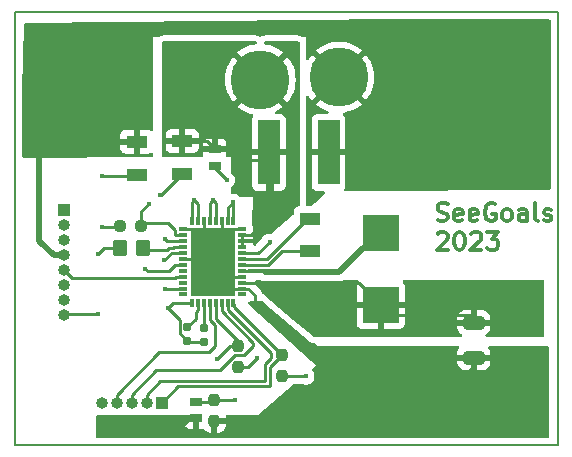
<source format=gbr>
%TF.GenerationSoftware,KiCad,Pcbnew,7.0.9-7.0.9~ubuntu22.04.1*%
%TF.CreationDate,2024-01-17T18:17:55+01:00*%
%TF.ProjectId,driver_seperate,64726976-6572-45f7-9365-706572617465,rev?*%
%TF.SameCoordinates,Original*%
%TF.FileFunction,Copper,L1,Top*%
%TF.FilePolarity,Positive*%
%FSLAX46Y46*%
G04 Gerber Fmt 4.6, Leading zero omitted, Abs format (unit mm)*
G04 Created by KiCad (PCBNEW 7.0.9-7.0.9~ubuntu22.04.1) date 2024-01-17 18:17:55*
%MOMM*%
%LPD*%
G01*
G04 APERTURE LIST*
G04 Aperture macros list*
%AMRoundRect*
0 Rectangle with rounded corners*
0 $1 Rounding radius*
0 $2 $3 $4 $5 $6 $7 $8 $9 X,Y pos of 4 corners*
0 Add a 4 corners polygon primitive as box body*
4,1,4,$2,$3,$4,$5,$6,$7,$8,$9,$2,$3,0*
0 Add four circle primitives for the rounded corners*
1,1,$1+$1,$2,$3*
1,1,$1+$1,$4,$5*
1,1,$1+$1,$6,$7*
1,1,$1+$1,$8,$9*
0 Add four rect primitives between the rounded corners*
20,1,$1+$1,$2,$3,$4,$5,0*
20,1,$1+$1,$4,$5,$6,$7,0*
20,1,$1+$1,$6,$7,$8,$9,0*
20,1,$1+$1,$8,$9,$2,$3,0*%
G04 Aperture macros list end*
%TA.AperFunction,NonConductor*%
%ADD10C,0.200000*%
%TD*%
%ADD11C,0.300000*%
%TA.AperFunction,NonConductor*%
%ADD12C,0.300000*%
%TD*%
%TA.AperFunction,SMDPad,CuDef*%
%ADD13RoundRect,0.250000X-0.650000X0.325000X-0.650000X-0.325000X0.650000X-0.325000X0.650000X0.325000X0*%
%TD*%
%TA.AperFunction,SMDPad,CuDef*%
%ADD14R,1.860000X5.520000*%
%TD*%
%TA.AperFunction,SMDPad,CuDef*%
%ADD15R,1.820000X1.020000*%
%TD*%
%TA.AperFunction,SMDPad,CuDef*%
%ADD16RoundRect,0.237500X-0.237500X0.250000X-0.237500X-0.250000X0.237500X-0.250000X0.237500X0.250000X0*%
%TD*%
%TA.AperFunction,SMDPad,CuDef*%
%ADD17RoundRect,0.237500X-0.250000X-0.237500X0.250000X-0.237500X0.250000X0.237500X-0.250000X0.237500X0*%
%TD*%
%TA.AperFunction,SMDPad,CuDef*%
%ADD18R,3.100000X3.050000*%
%TD*%
%TA.AperFunction,ComponentPad*%
%ADD19C,5.000000*%
%TD*%
%TA.AperFunction,SMDPad,CuDef*%
%ADD20R,0.980000X0.780000*%
%TD*%
%TA.AperFunction,SMDPad,CuDef*%
%ADD21RoundRect,0.250000X0.350000X0.450000X-0.350000X0.450000X-0.350000X-0.450000X0.350000X-0.450000X0*%
%TD*%
%TA.AperFunction,ComponentPad*%
%ADD22R,1.000000X1.000000*%
%TD*%
%TA.AperFunction,ComponentPad*%
%ADD23O,1.000000X1.000000*%
%TD*%
%TA.AperFunction,SMDPad,CuDef*%
%ADD24RoundRect,0.160000X-0.160000X0.197500X-0.160000X-0.197500X0.160000X-0.197500X0.160000X0.197500X0*%
%TD*%
%TA.AperFunction,SMDPad,CuDef*%
%ADD25R,1.820000X1.070000*%
%TD*%
%TA.AperFunction,SMDPad,CuDef*%
%ADD26RoundRect,0.237500X0.237500X-0.250000X0.237500X0.250000X-0.237500X0.250000X-0.237500X-0.250000X0*%
%TD*%
%TA.AperFunction,SMDPad,CuDef*%
%ADD27R,0.800000X0.300000*%
%TD*%
%TA.AperFunction,SMDPad,CuDef*%
%ADD28R,0.300000X0.800000*%
%TD*%
%TA.AperFunction,SMDPad,CuDef*%
%ADD29R,3.800000X5.800000*%
%TD*%
%TA.AperFunction,ViaPad*%
%ADD30C,0.400000*%
%TD*%
%TA.AperFunction,ViaPad*%
%ADD31C,0.600000*%
%TD*%
%TA.AperFunction,Conductor*%
%ADD32C,0.250000*%
%TD*%
%TA.AperFunction,Conductor*%
%ADD33C,0.500000*%
%TD*%
%TA.AperFunction,Conductor*%
%ADD34C,0.350000*%
%TD*%
G04 APERTURE END LIST*
D10*
X134620000Y-78562200D02*
X180594000Y-78562200D01*
X180594000Y-115189000D01*
X134620000Y-115189000D01*
X134620000Y-78562200D01*
D11*
D12*
X170409082Y-96171200D02*
X170623368Y-96242628D01*
X170623368Y-96242628D02*
X170980510Y-96242628D01*
X170980510Y-96242628D02*
X171123368Y-96171200D01*
X171123368Y-96171200D02*
X171194796Y-96099771D01*
X171194796Y-96099771D02*
X171266225Y-95956914D01*
X171266225Y-95956914D02*
X171266225Y-95814057D01*
X171266225Y-95814057D02*
X171194796Y-95671200D01*
X171194796Y-95671200D02*
X171123368Y-95599771D01*
X171123368Y-95599771D02*
X170980510Y-95528342D01*
X170980510Y-95528342D02*
X170694796Y-95456914D01*
X170694796Y-95456914D02*
X170551939Y-95385485D01*
X170551939Y-95385485D02*
X170480510Y-95314057D01*
X170480510Y-95314057D02*
X170409082Y-95171200D01*
X170409082Y-95171200D02*
X170409082Y-95028342D01*
X170409082Y-95028342D02*
X170480510Y-94885485D01*
X170480510Y-94885485D02*
X170551939Y-94814057D01*
X170551939Y-94814057D02*
X170694796Y-94742628D01*
X170694796Y-94742628D02*
X171051939Y-94742628D01*
X171051939Y-94742628D02*
X171266225Y-94814057D01*
X172480510Y-96171200D02*
X172337653Y-96242628D01*
X172337653Y-96242628D02*
X172051939Y-96242628D01*
X172051939Y-96242628D02*
X171909081Y-96171200D01*
X171909081Y-96171200D02*
X171837653Y-96028342D01*
X171837653Y-96028342D02*
X171837653Y-95456914D01*
X171837653Y-95456914D02*
X171909081Y-95314057D01*
X171909081Y-95314057D02*
X172051939Y-95242628D01*
X172051939Y-95242628D02*
X172337653Y-95242628D01*
X172337653Y-95242628D02*
X172480510Y-95314057D01*
X172480510Y-95314057D02*
X172551939Y-95456914D01*
X172551939Y-95456914D02*
X172551939Y-95599771D01*
X172551939Y-95599771D02*
X171837653Y-95742628D01*
X173766224Y-96171200D02*
X173623367Y-96242628D01*
X173623367Y-96242628D02*
X173337653Y-96242628D01*
X173337653Y-96242628D02*
X173194795Y-96171200D01*
X173194795Y-96171200D02*
X173123367Y-96028342D01*
X173123367Y-96028342D02*
X173123367Y-95456914D01*
X173123367Y-95456914D02*
X173194795Y-95314057D01*
X173194795Y-95314057D02*
X173337653Y-95242628D01*
X173337653Y-95242628D02*
X173623367Y-95242628D01*
X173623367Y-95242628D02*
X173766224Y-95314057D01*
X173766224Y-95314057D02*
X173837653Y-95456914D01*
X173837653Y-95456914D02*
X173837653Y-95599771D01*
X173837653Y-95599771D02*
X173123367Y-95742628D01*
X175266224Y-94814057D02*
X175123367Y-94742628D01*
X175123367Y-94742628D02*
X174909081Y-94742628D01*
X174909081Y-94742628D02*
X174694795Y-94814057D01*
X174694795Y-94814057D02*
X174551938Y-94956914D01*
X174551938Y-94956914D02*
X174480509Y-95099771D01*
X174480509Y-95099771D02*
X174409081Y-95385485D01*
X174409081Y-95385485D02*
X174409081Y-95599771D01*
X174409081Y-95599771D02*
X174480509Y-95885485D01*
X174480509Y-95885485D02*
X174551938Y-96028342D01*
X174551938Y-96028342D02*
X174694795Y-96171200D01*
X174694795Y-96171200D02*
X174909081Y-96242628D01*
X174909081Y-96242628D02*
X175051938Y-96242628D01*
X175051938Y-96242628D02*
X175266224Y-96171200D01*
X175266224Y-96171200D02*
X175337652Y-96099771D01*
X175337652Y-96099771D02*
X175337652Y-95599771D01*
X175337652Y-95599771D02*
X175051938Y-95599771D01*
X176194795Y-96242628D02*
X176051938Y-96171200D01*
X176051938Y-96171200D02*
X175980509Y-96099771D01*
X175980509Y-96099771D02*
X175909081Y-95956914D01*
X175909081Y-95956914D02*
X175909081Y-95528342D01*
X175909081Y-95528342D02*
X175980509Y-95385485D01*
X175980509Y-95385485D02*
X176051938Y-95314057D01*
X176051938Y-95314057D02*
X176194795Y-95242628D01*
X176194795Y-95242628D02*
X176409081Y-95242628D01*
X176409081Y-95242628D02*
X176551938Y-95314057D01*
X176551938Y-95314057D02*
X176623367Y-95385485D01*
X176623367Y-95385485D02*
X176694795Y-95528342D01*
X176694795Y-95528342D02*
X176694795Y-95956914D01*
X176694795Y-95956914D02*
X176623367Y-96099771D01*
X176623367Y-96099771D02*
X176551938Y-96171200D01*
X176551938Y-96171200D02*
X176409081Y-96242628D01*
X176409081Y-96242628D02*
X176194795Y-96242628D01*
X177980510Y-96242628D02*
X177980510Y-95456914D01*
X177980510Y-95456914D02*
X177909081Y-95314057D01*
X177909081Y-95314057D02*
X177766224Y-95242628D01*
X177766224Y-95242628D02*
X177480510Y-95242628D01*
X177480510Y-95242628D02*
X177337652Y-95314057D01*
X177980510Y-96171200D02*
X177837652Y-96242628D01*
X177837652Y-96242628D02*
X177480510Y-96242628D01*
X177480510Y-96242628D02*
X177337652Y-96171200D01*
X177337652Y-96171200D02*
X177266224Y-96028342D01*
X177266224Y-96028342D02*
X177266224Y-95885485D01*
X177266224Y-95885485D02*
X177337652Y-95742628D01*
X177337652Y-95742628D02*
X177480510Y-95671200D01*
X177480510Y-95671200D02*
X177837652Y-95671200D01*
X177837652Y-95671200D02*
X177980510Y-95599771D01*
X178909081Y-96242628D02*
X178766224Y-96171200D01*
X178766224Y-96171200D02*
X178694795Y-96028342D01*
X178694795Y-96028342D02*
X178694795Y-94742628D01*
X179409081Y-96171200D02*
X179551938Y-96242628D01*
X179551938Y-96242628D02*
X179837652Y-96242628D01*
X179837652Y-96242628D02*
X179980509Y-96171200D01*
X179980509Y-96171200D02*
X180051938Y-96028342D01*
X180051938Y-96028342D02*
X180051938Y-95956914D01*
X180051938Y-95956914D02*
X179980509Y-95814057D01*
X179980509Y-95814057D02*
X179837652Y-95742628D01*
X179837652Y-95742628D02*
X179623367Y-95742628D01*
X179623367Y-95742628D02*
X179480509Y-95671200D01*
X179480509Y-95671200D02*
X179409081Y-95528342D01*
X179409081Y-95528342D02*
X179409081Y-95456914D01*
X179409081Y-95456914D02*
X179480509Y-95314057D01*
X179480509Y-95314057D02*
X179623367Y-95242628D01*
X179623367Y-95242628D02*
X179837652Y-95242628D01*
X179837652Y-95242628D02*
X179980509Y-95314057D01*
X170409082Y-97300485D02*
X170480510Y-97229057D01*
X170480510Y-97229057D02*
X170623368Y-97157628D01*
X170623368Y-97157628D02*
X170980510Y-97157628D01*
X170980510Y-97157628D02*
X171123368Y-97229057D01*
X171123368Y-97229057D02*
X171194796Y-97300485D01*
X171194796Y-97300485D02*
X171266225Y-97443342D01*
X171266225Y-97443342D02*
X171266225Y-97586200D01*
X171266225Y-97586200D02*
X171194796Y-97800485D01*
X171194796Y-97800485D02*
X170337653Y-98657628D01*
X170337653Y-98657628D02*
X171266225Y-98657628D01*
X172194796Y-97157628D02*
X172337653Y-97157628D01*
X172337653Y-97157628D02*
X172480510Y-97229057D01*
X172480510Y-97229057D02*
X172551939Y-97300485D01*
X172551939Y-97300485D02*
X172623367Y-97443342D01*
X172623367Y-97443342D02*
X172694796Y-97729057D01*
X172694796Y-97729057D02*
X172694796Y-98086200D01*
X172694796Y-98086200D02*
X172623367Y-98371914D01*
X172623367Y-98371914D02*
X172551939Y-98514771D01*
X172551939Y-98514771D02*
X172480510Y-98586200D01*
X172480510Y-98586200D02*
X172337653Y-98657628D01*
X172337653Y-98657628D02*
X172194796Y-98657628D01*
X172194796Y-98657628D02*
X172051939Y-98586200D01*
X172051939Y-98586200D02*
X171980510Y-98514771D01*
X171980510Y-98514771D02*
X171909081Y-98371914D01*
X171909081Y-98371914D02*
X171837653Y-98086200D01*
X171837653Y-98086200D02*
X171837653Y-97729057D01*
X171837653Y-97729057D02*
X171909081Y-97443342D01*
X171909081Y-97443342D02*
X171980510Y-97300485D01*
X171980510Y-97300485D02*
X172051939Y-97229057D01*
X172051939Y-97229057D02*
X172194796Y-97157628D01*
X173266224Y-97300485D02*
X173337652Y-97229057D01*
X173337652Y-97229057D02*
X173480510Y-97157628D01*
X173480510Y-97157628D02*
X173837652Y-97157628D01*
X173837652Y-97157628D02*
X173980510Y-97229057D01*
X173980510Y-97229057D02*
X174051938Y-97300485D01*
X174051938Y-97300485D02*
X174123367Y-97443342D01*
X174123367Y-97443342D02*
X174123367Y-97586200D01*
X174123367Y-97586200D02*
X174051938Y-97800485D01*
X174051938Y-97800485D02*
X173194795Y-98657628D01*
X173194795Y-98657628D02*
X174123367Y-98657628D01*
X174623366Y-97157628D02*
X175551938Y-97157628D01*
X175551938Y-97157628D02*
X175051938Y-97729057D01*
X175051938Y-97729057D02*
X175266223Y-97729057D01*
X175266223Y-97729057D02*
X175409081Y-97800485D01*
X175409081Y-97800485D02*
X175480509Y-97871914D01*
X175480509Y-97871914D02*
X175551938Y-98014771D01*
X175551938Y-98014771D02*
X175551938Y-98371914D01*
X175551938Y-98371914D02*
X175480509Y-98514771D01*
X175480509Y-98514771D02*
X175409081Y-98586200D01*
X175409081Y-98586200D02*
X175266223Y-98657628D01*
X175266223Y-98657628D02*
X174837652Y-98657628D01*
X174837652Y-98657628D02*
X174694795Y-98586200D01*
X174694795Y-98586200D02*
X174623366Y-98514771D01*
D13*
%TO.P,C6,1*%
%TO.N,/SW_BK*%
X173482000Y-104849400D03*
%TO.P,C6,2*%
%TO.N,GND*%
X173482000Y-107799400D03*
%TD*%
D14*
%TO.P,C4,1*%
%TO.N,/VM*%
X156119000Y-90424000D03*
%TO.P,C4,2*%
%TO.N,GND*%
X161179000Y-90424000D03*
%TD*%
D15*
%TO.P,C2,1*%
%TO.N,Net-(IC1-CP)*%
X148794400Y-92261800D03*
%TO.P,C2,2*%
%TO.N,/VM*%
X148794400Y-89461800D03*
%TD*%
D16*
%TO.P,R2,1*%
%TO.N,Net-(IC1-ILIM)*%
X151511000Y-111355500D03*
%TO.P,R2,2*%
%TO.N,GND*%
X151511000Y-113180500D03*
%TD*%
D17*
%TO.P,R4,1*%
%TO.N,/AVDD*%
X143510000Y-96647000D03*
%TO.P,R4,2*%
%TO.N,/nFAULT*%
X145335000Y-96647000D03*
%TD*%
D18*
%TO.P,L1,1*%
%TO.N,Net-(IC1-SW_BK)*%
X165608000Y-97229200D03*
%TO.P,L1,2*%
%TO.N,/SW_BK*%
X165608000Y-103329200D03*
%TD*%
D19*
%TO.P,IN-1,1,1*%
%TO.N,GND*%
X162052000Y-84074000D03*
%TD*%
D20*
%TO.P,C7,1*%
%TO.N,Net-(IC1-ILIM)*%
X149987000Y-111526500D03*
%TO.P,C7,2*%
%TO.N,GND*%
X149987000Y-112926500D03*
%TD*%
D21*
%TO.P,R5,1*%
%TO.N,Net-(IC1-VSEL_BK)*%
X145510000Y-98552000D03*
%TO.P,R5,2*%
%TO.N,/AVDD*%
X143510000Y-98552000D03*
%TD*%
D15*
%TO.P,C5,1*%
%TO.N,/AVDD*%
X144933600Y-92306600D03*
%TO.P,C5,2*%
%TO.N,GND*%
X144933600Y-89506600D03*
%TD*%
D22*
%TO.P,J1,1,Pin_1*%
%TO.N,/U*%
X138785600Y-95300800D03*
D23*
%TO.P,J1,2,Pin_2*%
%TO.N,/V*%
X138785600Y-96570800D03*
%TO.P,J1,3,Pin_3*%
%TO.N,/W*%
X138785600Y-97840800D03*
%TO.P,J1,4,Pin_4*%
%TO.N,GND*%
X138785600Y-99110800D03*
%TO.P,J1,5,Pin_5*%
%TO.N,/H2*%
X138785600Y-100380800D03*
%TO.P,J1,6,Pin_6*%
%TO.N,/H1*%
X138785600Y-101650800D03*
%TO.P,J1,7,Pin_7*%
%TO.N,/H3*%
X138785600Y-102920800D03*
%TO.P,J1,8,Pin_8*%
%TO.N,/SW_BK*%
X138785600Y-104190800D03*
%TD*%
D24*
%TO.P,R6,1*%
%TO.N,Net-(IC1-SLEW)*%
X149225000Y-105193500D03*
%TO.P,R6,2*%
%TO.N,/AVDD*%
X149225000Y-106388500D03*
%TD*%
D25*
%TO.P,C1,1*%
%TO.N,Net-(IC1-CPH)*%
X159639000Y-96029000D03*
%TO.P,C1,2*%
%TO.N,Net-(IC1-CPL)*%
X159639000Y-98789000D03*
%TD*%
D26*
%TO.P,R3,1*%
%TO.N,/AVDD*%
X157226000Y-109370500D03*
%TO.P,R3,2*%
%TO.N,/FGOUT*%
X157226000Y-107545500D03*
%TD*%
%TO.P,R1,1*%
%TO.N,/AVDD*%
X153543000Y-108608500D03*
%TO.P,R1,2*%
%TO.N,Net-(IC1-ILIM)*%
X153543000Y-106783500D03*
%TD*%
D19*
%TO.P,IN+1,1,1*%
%TO.N,/VM*%
X155397200Y-84248800D03*
%TD*%
D24*
%TO.P,R7,1*%
%TO.N,Net-(IC1-ADVANCE)*%
X150622000Y-105320500D03*
%TO.P,R7,2*%
%TO.N,/AVDD*%
X150622000Y-106515500D03*
%TD*%
D22*
%TO.P,J2,1,Pin_1*%
%TO.N,/FGOUT*%
X147066000Y-111633000D03*
D23*
%TO.P,J2,2,Pin_2*%
%TO.N,/PWM*%
X145796000Y-111633000D03*
%TO.P,J2,3,Pin_3*%
%TO.N,/BRAKE*%
X144526000Y-111633000D03*
%TO.P,J2,4,Pin_4*%
%TO.N,/DIR*%
X143256000Y-111633000D03*
%TO.P,J2,5,Pin_5*%
%TO.N,/nFAULT*%
X141986000Y-111633000D03*
%TD*%
D20*
%TO.P,C3,1*%
%TO.N,/VM*%
X151537600Y-90144600D03*
%TO.P,C3,2*%
%TO.N,GND*%
X151537600Y-91544600D03*
%TD*%
D27*
%TO.P,IC1,1,NC*%
%TO.N,unconnected-(IC1-NC-Pad1)*%
X153884000Y-102445000D03*
%TO.P,IC1,2,AGND_1*%
%TO.N,GND*%
X153884000Y-101945000D03*
%TO.P,IC1,3,FB_BK*%
%TO.N,/SW_BK*%
X153884000Y-101445000D03*
%TO.P,IC1,4,GND_BK*%
%TO.N,GND*%
X153884000Y-100945000D03*
%TO.P,IC1,5,SW_BK*%
%TO.N,Net-(IC1-SW_BK)*%
X153884000Y-100445000D03*
%TO.P,IC1,6,CPL*%
%TO.N,Net-(IC1-CPL)*%
X153884000Y-99945000D03*
%TO.P,IC1,7,CPH*%
%TO.N,Net-(IC1-CPH)*%
X153884000Y-99445000D03*
%TO.P,IC1,8,CP*%
%TO.N,Net-(IC1-CP)*%
X153884000Y-98945000D03*
%TO.P,IC1,9,VM_1*%
%TO.N,/VM*%
X153884000Y-98445000D03*
%TO.P,IC1,10,VM_2*%
X153884000Y-97945000D03*
%TO.P,IC1,11,VM_3*%
X153884000Y-97445000D03*
%TO.P,IC1,12,PGND_1*%
%TO.N,GND*%
X153884000Y-96945000D03*
D28*
%TO.P,IC1,13,OUTA_1*%
%TO.N,/U*%
X153134000Y-96195000D03*
%TO.P,IC1,14,OUTA_2*%
X152634000Y-96195000D03*
%TO.P,IC1,15,PGND_2*%
%TO.N,GND*%
X152134000Y-96195000D03*
%TO.P,IC1,16,OUTB_1*%
%TO.N,/V*%
X151634000Y-96195000D03*
%TO.P,IC1,17,OUTB_2*%
X151134000Y-96195000D03*
%TO.P,IC1,18,PGND_3*%
%TO.N,GND*%
X150634000Y-96195000D03*
%TO.P,IC1,19,OUTC_1*%
%TO.N,/W*%
X150134000Y-96195000D03*
%TO.P,IC1,20,OUTC_2*%
X149634000Y-96195000D03*
D27*
%TO.P,IC1,21,DRVOFF*%
%TO.N,GND*%
X148884000Y-96945000D03*
%TO.P,IC1,22,NFAULT*%
%TO.N,/nFAULT*%
X148884000Y-97445000D03*
%TO.P,IC1,23,NSLEEP*%
%TO.N,/AVDD*%
X148884000Y-97945000D03*
%TO.P,IC1,24,VSEL_BK*%
%TO.N,Net-(IC1-VSEL_BK)*%
X148884000Y-98445000D03*
%TO.P,IC1,25,AVDD*%
%TO.N,/AVDD*%
X148884000Y-98945000D03*
%TO.P,IC1,26,AGND_2*%
%TO.N,GND*%
X148884000Y-99445000D03*
%TO.P,IC1,27,HPA*%
%TO.N,/H1*%
X148884000Y-99945000D03*
%TO.P,IC1,28,HNA*%
%TO.N,unconnected-(IC1-HNA-Pad28)*%
X148884000Y-100445000D03*
%TO.P,IC1,29,HPB*%
%TO.N,/H2*%
X148884000Y-100945000D03*
%TO.P,IC1,30,HNB*%
%TO.N,unconnected-(IC1-HNB-Pad30)*%
X148884000Y-101445000D03*
%TO.P,IC1,31,HPC*%
%TO.N,/H3*%
X148884000Y-101945000D03*
%TO.P,IC1,32,HNC*%
%TO.N,unconnected-(IC1-HNC-Pad32)*%
X148884000Y-102445000D03*
D28*
%TO.P,IC1,33,MODE*%
%TO.N,/AVDD*%
X149634000Y-103195000D03*
%TO.P,IC1,34,SLEW*%
%TO.N,Net-(IC1-SLEW)*%
X150134000Y-103195000D03*
%TO.P,IC1,35,ADVANCE*%
%TO.N,Net-(IC1-ADVANCE)*%
X150634000Y-103195000D03*
%TO.P,IC1,36,DIR*%
%TO.N,/DIR*%
X151134000Y-103195000D03*
%TO.P,IC1,37,ILIM*%
%TO.N,Net-(IC1-ILIM)*%
X151634000Y-103195000D03*
%TO.P,IC1,38,BRAKE*%
%TO.N,/BRAKE*%
X152134000Y-103195000D03*
%TO.P,IC1,39,PWM*%
%TO.N,/PWM*%
X152634000Y-103195000D03*
%TO.P,IC1,40,FGOUT*%
%TO.N,/FGOUT*%
X153134000Y-103195000D03*
D29*
%TO.P,IC1,41,EP*%
%TO.N,GND*%
X151384000Y-99695000D03*
%TD*%
D30*
%TO.N,Net-(IC1-ILIM)*%
X151714200Y-107924600D03*
X153263600Y-111353600D03*
D31*
%TO.N,GND*%
X151841200Y-97282000D03*
D30*
X144932400Y-87630000D03*
D31*
X150164800Y-99669600D03*
D30*
X163449000Y-92456000D03*
D31*
X151282400Y-100888800D03*
D30*
X175666400Y-111302800D03*
X173939200Y-111277400D03*
X148361400Y-114046000D03*
X163449000Y-89662000D03*
D31*
X150672800Y-101904800D03*
X151942800Y-101904800D03*
D30*
X163449000Y-91059000D03*
D31*
X152450800Y-99669600D03*
D30*
X163449000Y-88392000D03*
X153466800Y-113182400D03*
D31*
X150114000Y-100888800D03*
X152501600Y-100888800D03*
D30*
X170484800Y-111302800D03*
X152552400Y-92760800D03*
D31*
X150723600Y-97282000D03*
X152501600Y-98348800D03*
X151282400Y-99669600D03*
X150164800Y-98348800D03*
D30*
X172212000Y-111277400D03*
D31*
X151282400Y-98348800D03*
D30*
%TO.N,/AVDD*%
X142036800Y-92405200D03*
X155092400Y-107848400D03*
X159283400Y-109372400D03*
X147269200Y-99568000D03*
X147320000Y-97790000D03*
X141986000Y-96774000D03*
X141630400Y-99060000D03*
X147574000Y-103615500D03*
%TO.N,/SW_BK*%
X141681200Y-104140000D03*
X159664400Y-103251000D03*
%TO.N,Net-(IC1-CP)*%
X146913600Y-94030800D03*
X156184600Y-97993200D03*
%TO.N,/VM*%
X154178000Y-91059000D03*
X154178000Y-92456000D03*
X154178000Y-88392000D03*
X154178000Y-89662000D03*
%TO.N,/W*%
X149809200Y-94488000D03*
%TO.N,/V*%
X151384000Y-94488000D03*
%TO.N,/U*%
X153111200Y-94640400D03*
%TO.N,/H3*%
X147320000Y-101981000D03*
%TO.N,/H1*%
X145618200Y-100253800D03*
%TO.N,/nFAULT*%
X145948400Y-94792800D03*
%TD*%
D32*
%TO.N,Net-(IC1-ILIM)*%
X149987000Y-111526500D02*
X151340000Y-111526500D01*
X151714200Y-107924600D02*
X152855300Y-106783500D01*
X153543000Y-106402500D02*
X151634000Y-104493500D01*
X151634000Y-104493500D02*
X151634000Y-103195000D01*
X153543000Y-106783500D02*
X153543000Y-106402500D01*
X151340000Y-111526500D02*
X151511000Y-111355500D01*
X153261700Y-111355500D02*
X151511000Y-111355500D01*
X153263600Y-111353600D02*
X153261700Y-111355500D01*
X152855300Y-106783500D02*
X153543000Y-106783500D01*
%TO.N,GND*%
X154396000Y-101945000D02*
X154940000Y-102489000D01*
X151983000Y-101945000D02*
X151942800Y-101904800D01*
D33*
X136702800Y-97891600D02*
X136702800Y-88239600D01*
D32*
X172186600Y-111302800D02*
X170484800Y-111302800D01*
X162814000Y-90424000D02*
X160909000Y-90424000D01*
X144933600Y-87631200D02*
X144933600Y-89506600D01*
X152134000Y-96195000D02*
X152134000Y-96989200D01*
X151537600Y-91746000D02*
X151537600Y-91544600D01*
X153884000Y-100945000D02*
X152557800Y-100945000D01*
X148884000Y-99445000D02*
X149940200Y-99445000D01*
X152178200Y-96945000D02*
X151841200Y-97282000D01*
X163449000Y-92456000D02*
X163449000Y-91059000D01*
X148884000Y-96945000D02*
X150386600Y-96945000D01*
X172212000Y-111277400D02*
X173939200Y-111277400D01*
X144932400Y-87630000D02*
X144933600Y-87631200D01*
X163449000Y-91059000D02*
X162814000Y-90424000D01*
X150634000Y-97192400D02*
X150723600Y-97282000D01*
X153884000Y-101945000D02*
X151983000Y-101945000D01*
X175641000Y-111277400D02*
X175666400Y-111302800D01*
X153466800Y-113182400D02*
X153464900Y-113180500D01*
X173406400Y-108584400D02*
X173482000Y-108584400D01*
X154940000Y-102489000D02*
X154940000Y-103378000D01*
X172212000Y-111277400D02*
X172212000Y-109778800D01*
X152134000Y-96989200D02*
X151841200Y-97282000D01*
X152552400Y-92760800D02*
X151537600Y-91746000D01*
X173939200Y-111277400D02*
X175641000Y-111277400D01*
D33*
X137922000Y-99110800D02*
X136702800Y-97891600D01*
D32*
X172212000Y-111277400D02*
X172186600Y-111302800D01*
X153464900Y-113180500D02*
X151511000Y-113180500D01*
X149940200Y-99445000D02*
X150164800Y-99669600D01*
X150386600Y-96945000D02*
X150723600Y-97282000D01*
X172212000Y-109778800D02*
X173406400Y-108584400D01*
X163449000Y-88392000D02*
X163449000Y-89662000D01*
X150634000Y-96195000D02*
X150634000Y-97192400D01*
D33*
X136702800Y-88239600D02*
X136779000Y-88163400D01*
D32*
X152557800Y-100945000D02*
X152501600Y-100888800D01*
X153884000Y-101945000D02*
X154396000Y-101945000D01*
X163449000Y-89662000D02*
X163449000Y-91059000D01*
X153884000Y-96945000D02*
X152178200Y-96945000D01*
X149480900Y-112926500D02*
X149987000Y-112926500D01*
D33*
X138785600Y-99110800D02*
X137922000Y-99110800D01*
D32*
X148361400Y-114046000D02*
X149480900Y-112926500D01*
%TO.N,/AVDD*%
X147475000Y-97945000D02*
X148884000Y-97945000D01*
X144835000Y-92405200D02*
X144933600Y-92306600D01*
X147269200Y-99568000D02*
X147892200Y-98945000D01*
X157226000Y-109370500D02*
X159281500Y-109370500D01*
X143383000Y-96774000D02*
X143510000Y-96647000D01*
X148580000Y-104621500D02*
X148580000Y-105743500D01*
X147994500Y-103195000D02*
X149634000Y-103195000D01*
X148580000Y-105743500D02*
X149225000Y-106388500D01*
X149352000Y-106515500D02*
X149225000Y-106388500D01*
X141986000Y-96774000D02*
X143383000Y-96774000D01*
X147574000Y-103615500D02*
X148580000Y-104621500D01*
X142036800Y-92405200D02*
X144835000Y-92405200D01*
X141630400Y-99060000D02*
X142138400Y-98552000D01*
X159281500Y-109370500D02*
X159283400Y-109372400D01*
X147892200Y-98945000D02*
X148884000Y-98945000D01*
X150622000Y-106515500D02*
X149352000Y-106515500D01*
X147574000Y-103615500D02*
X147994500Y-103195000D01*
X142138400Y-98552000D02*
X143510000Y-98552000D01*
X154332300Y-108608500D02*
X153543000Y-108608500D01*
X147320000Y-97790000D02*
X147475000Y-97945000D01*
X155092400Y-107848400D02*
X154332300Y-108608500D01*
%TO.N,/SW_BK*%
X163751800Y-101473000D02*
X155829000Y-101473000D01*
X141681200Y-104140000D02*
X138836400Y-104140000D01*
X173381000Y-104165400D02*
X173482000Y-104064400D01*
X138836400Y-104140000D02*
X138785600Y-104190800D01*
X153884000Y-101445000D02*
X155801000Y-101445000D01*
X159664400Y-103251000D02*
X157886400Y-101473000D01*
X166444200Y-104165400D02*
X173381000Y-104165400D01*
X165608000Y-103329200D02*
X166444200Y-104165400D01*
X157886400Y-101473000D02*
X155829000Y-101473000D01*
X165608000Y-103329200D02*
X163751800Y-101473000D01*
X155801000Y-101445000D02*
X155829000Y-101473000D01*
%TO.N,Net-(IC1-CP)*%
X147025400Y-94030800D02*
X148794400Y-92261800D01*
X156184600Y-97993200D02*
X155232800Y-98945000D01*
X146913600Y-94030800D02*
X147025400Y-94030800D01*
X155232800Y-98945000D02*
X153884000Y-98945000D01*
%TO.N,/VM*%
X155754000Y-91059000D02*
X156389000Y-90424000D01*
X154584000Y-97445000D02*
X156389000Y-95640000D01*
X156389000Y-95640000D02*
X156389000Y-90424000D01*
X154178000Y-92456000D02*
X154178000Y-91059000D01*
X150854800Y-89461800D02*
X151537600Y-90144600D01*
X154178000Y-88392000D02*
X154178000Y-89662000D01*
X153884000Y-97445000D02*
X154584000Y-97445000D01*
X148794400Y-89461800D02*
X150854800Y-89461800D01*
X153695400Y-90144600D02*
X154178000Y-89662000D01*
X154178000Y-91059000D02*
X154178000Y-89662000D01*
X151537600Y-90144600D02*
X153695400Y-90144600D01*
X153884000Y-98445000D02*
X153884000Y-97945000D01*
X153884000Y-97945000D02*
X153884000Y-97445000D01*
X154178000Y-91059000D02*
X155754000Y-91059000D01*
%TO.N,Net-(IC1-CPH)*%
X159639000Y-96029000D02*
X159368000Y-96029000D01*
X159368000Y-96029000D02*
X155952000Y-99445000D01*
X155952000Y-99445000D02*
X153884000Y-99445000D01*
%TO.N,Net-(IC1-CPL)*%
X159622000Y-98806000D02*
X157227396Y-98806000D01*
X156088396Y-99945000D02*
X153884000Y-99945000D01*
X157227396Y-98806000D02*
X156088396Y-99945000D01*
X159639000Y-98789000D02*
X159622000Y-98806000D01*
%TO.N,/PWM*%
X145796000Y-111633000D02*
X145796000Y-110925894D01*
X146935894Y-109786000D02*
X155760000Y-109786000D01*
X156337000Y-107798104D02*
X156337000Y-107442000D01*
X152634000Y-103739000D02*
X152634000Y-103195000D01*
X155760000Y-109786000D02*
X155760000Y-108375104D01*
X156337000Y-107442000D02*
X152634000Y-103739000D01*
X155760000Y-108375104D02*
X156337000Y-107798104D01*
X145796000Y-110925894D02*
X146935894Y-109786000D01*
%TO.N,/DIR*%
X151536400Y-105032296D02*
X151134000Y-104629896D01*
X151536400Y-106832400D02*
X151536400Y-105032296D01*
X146841494Y-107340400D02*
X151028400Y-107340400D01*
X143256000Y-110925894D02*
X146841494Y-107340400D01*
X151028400Y-107340400D02*
X151536400Y-106832400D01*
X143256000Y-111633000D02*
X143256000Y-110925894D01*
X151134000Y-104629896D02*
X151134000Y-103195000D01*
%TO.N,/BRAKE*%
X144526000Y-110925894D02*
X146602894Y-108849000D01*
X154813000Y-106554396D02*
X152134000Y-103875396D01*
X152134000Y-103875396D02*
X152134000Y-103195000D01*
X152009000Y-108849000D02*
X153262000Y-107596000D01*
X154813000Y-106807000D02*
X154813000Y-106554396D01*
X144526000Y-111633000D02*
X144526000Y-110925894D01*
X154024000Y-107596000D02*
X154813000Y-106807000D01*
X153262000Y-107596000D02*
X154024000Y-107596000D01*
X146602894Y-108849000D02*
X152009000Y-108849000D01*
%TO.N,/FGOUT*%
X148463000Y-110236000D02*
X156210000Y-110236000D01*
X153162000Y-103223000D02*
X153134000Y-103195000D01*
X156210000Y-108561500D02*
X157226000Y-107545500D01*
X156210000Y-110236000D02*
X156210000Y-108561500D01*
X153162000Y-103481500D02*
X153162000Y-103223000D01*
X157226000Y-107545500D02*
X153162000Y-103481500D01*
X147066000Y-111633000D02*
X148463000Y-110236000D01*
%TO.N,/W*%
X149809200Y-94488000D02*
X149634000Y-94663200D01*
X149809200Y-94488000D02*
X150134000Y-94812800D01*
X149634000Y-94663200D02*
X149634000Y-96195000D01*
X150134000Y-94812800D02*
X150134000Y-96195000D01*
%TO.N,/V*%
X151134000Y-94738000D02*
X151134000Y-96195000D01*
X151384000Y-94488000D02*
X151634000Y-94738000D01*
X151384000Y-94488000D02*
X151134000Y-94738000D01*
X151634000Y-94738000D02*
X151634000Y-96195000D01*
%TO.N,/U*%
X153111200Y-94640400D02*
X153134000Y-94663200D01*
X153111200Y-94640400D02*
X152634000Y-95117600D01*
X152634000Y-95117600D02*
X152634000Y-96195000D01*
X153134000Y-94663200D02*
X153134000Y-96195000D01*
%TO.N,/H3*%
X148884000Y-101945000D02*
X147356000Y-101945000D01*
X147356000Y-101945000D02*
X147320000Y-101981000D01*
%TO.N,/H2*%
X148306000Y-100945000D02*
X148159000Y-101092000D01*
X148884000Y-100945000D02*
X148306000Y-100945000D01*
X148159000Y-101092000D02*
X139496800Y-101092000D01*
X139496800Y-101092000D02*
X138785600Y-100380800D01*
%TO.N,/H1*%
X147634000Y-100495000D02*
X148184000Y-99945000D01*
X148184000Y-99945000D02*
X148884000Y-99945000D01*
X145859400Y-100495000D02*
X147634000Y-100495000D01*
X145618200Y-100253800D02*
X145859400Y-100495000D01*
%TO.N,/nFAULT*%
X148184000Y-97445000D02*
X148884000Y-97445000D01*
X148159000Y-96978000D02*
X148159000Y-97420000D01*
X145589000Y-96393000D02*
X147574000Y-96393000D01*
X147574000Y-96393000D02*
X148159000Y-96978000D01*
X145335000Y-95406200D02*
X145335000Y-96647000D01*
X145335000Y-96647000D02*
X145589000Y-96393000D01*
X148159000Y-97420000D02*
X148184000Y-97445000D01*
X145948400Y-94792800D02*
X145335000Y-95406200D01*
D34*
%TO.N,Net-(IC1-SW_BK)*%
X164285200Y-98552000D02*
X164084000Y-98552000D01*
X165608000Y-97229200D02*
X164285200Y-98552000D01*
X155690000Y-100445000D02*
X154470000Y-100445000D01*
D33*
X162052000Y-100584000D02*
X155829000Y-100584000D01*
D34*
X155829000Y-100584000D02*
X155690000Y-100445000D01*
D33*
X164084000Y-98552000D02*
X162052000Y-100584000D01*
D32*
X154470000Y-100445000D02*
X153884000Y-100445000D01*
%TO.N,Net-(IC1-VSEL_BK)*%
X145662400Y-98704400D02*
X147496404Y-98704400D01*
X148087400Y-98445000D02*
X148884000Y-98445000D01*
X147496404Y-98704400D02*
X147705804Y-98495000D01*
X147705804Y-98495000D02*
X148037400Y-98495000D01*
X145510000Y-98552000D02*
X145662400Y-98704400D01*
X148037400Y-98495000D02*
X148087400Y-98445000D01*
%TO.N,Net-(IC1-SLEW)*%
X149933302Y-104485198D02*
X149933302Y-103959302D01*
X150134000Y-103758604D02*
X150134000Y-103195000D01*
X149933302Y-103959302D02*
X150134000Y-103758604D01*
X149225000Y-105193500D02*
X149933302Y-104485198D01*
%TO.N,Net-(IC1-ADVANCE)*%
X150622000Y-105320500D02*
X150634000Y-105308500D01*
X150634000Y-105308500D02*
X150634000Y-103195000D01*
%TD*%
%TA.AperFunction,Conductor*%
%TO.N,GND*%
G36*
X155529858Y-103016685D02*
G01*
X155542915Y-103026339D01*
X156315903Y-103680406D01*
X156652350Y-103965092D01*
X156793705Y-104084700D01*
X159538128Y-106406905D01*
X159551127Y-106417192D01*
X159570849Y-106431775D01*
X159598085Y-106450567D01*
X159692341Y-106493613D01*
X159728963Y-106510338D01*
X159767368Y-106521615D01*
X159795997Y-106530022D01*
X159796000Y-106530022D01*
X159796002Y-106530023D01*
X159796006Y-106530024D01*
X159927924Y-106548990D01*
X159988372Y-106575410D01*
X160274000Y-106807000D01*
X172140950Y-106807000D01*
X172207989Y-106826685D01*
X172253744Y-106879489D01*
X172263688Y-106948647D01*
X172242037Y-106999022D01*
X172243475Y-106999909D01*
X172147643Y-107155275D01*
X172147641Y-107155280D01*
X172092494Y-107321702D01*
X172092493Y-107321709D01*
X172082000Y-107424413D01*
X172082000Y-107549400D01*
X174881999Y-107549400D01*
X174881999Y-107424428D01*
X174881998Y-107424413D01*
X174871505Y-107321702D01*
X174816358Y-107155280D01*
X174816356Y-107155275D01*
X174720525Y-106999909D01*
X174722150Y-106998906D01*
X174699643Y-106943111D01*
X174712686Y-106874469D01*
X174760769Y-106823776D01*
X174823050Y-106807000D01*
X179733400Y-106807000D01*
X179800439Y-106826685D01*
X179846194Y-106879489D01*
X179857400Y-106931000D01*
X179857400Y-114464500D01*
X179837715Y-114531539D01*
X179784911Y-114577294D01*
X179733400Y-114588500D01*
X141602000Y-114588500D01*
X141534961Y-114568815D01*
X141489206Y-114516011D01*
X141478000Y-114464500D01*
X141478000Y-113176500D01*
X148997000Y-113176500D01*
X148997000Y-113364344D01*
X149003401Y-113423872D01*
X149003403Y-113423879D01*
X149053645Y-113558586D01*
X149053649Y-113558593D01*
X149139809Y-113673687D01*
X149139812Y-113673690D01*
X149254906Y-113759850D01*
X149254913Y-113759854D01*
X149389620Y-113810096D01*
X149389627Y-113810098D01*
X149449155Y-113816499D01*
X149449172Y-113816500D01*
X149737000Y-113816500D01*
X149737000Y-113176500D01*
X148997000Y-113176500D01*
X141478000Y-113176500D01*
X141478000Y-112798170D01*
X141497685Y-112731131D01*
X141550489Y-112685376D01*
X141601766Y-112674170D01*
X148929513Y-112660600D01*
X148984033Y-112676500D01*
X150113000Y-112676500D01*
X150180039Y-112696185D01*
X150225794Y-112748989D01*
X150237000Y-112800500D01*
X150237000Y-113816500D01*
X150524828Y-113816500D01*
X150524839Y-113816499D01*
X150559853Y-113812734D01*
X150628612Y-113825137D01*
X150678649Y-113870925D01*
X150691054Y-113891037D01*
X150812961Y-114012944D01*
X150812965Y-114012947D01*
X150959688Y-114103448D01*
X150959699Y-114103453D01*
X151123347Y-114157680D01*
X151224352Y-114167999D01*
X151261000Y-114167999D01*
X151261000Y-113430500D01*
X151761000Y-113430500D01*
X151761000Y-114167999D01*
X151797640Y-114167999D01*
X151797654Y-114167998D01*
X151898652Y-114157680D01*
X152062300Y-114103453D01*
X152062311Y-114103448D01*
X152209034Y-114012947D01*
X152209038Y-114012944D01*
X152330944Y-113891038D01*
X152330947Y-113891034D01*
X152421448Y-113744311D01*
X152421453Y-113744300D01*
X152475680Y-113580652D01*
X152485999Y-113479654D01*
X152486000Y-113479641D01*
X152486000Y-113430500D01*
X151761000Y-113430500D01*
X151261000Y-113430500D01*
X151261000Y-113054500D01*
X151280685Y-112987461D01*
X151333489Y-112941706D01*
X151385000Y-112930500D01*
X152485999Y-112930500D01*
X152485999Y-112881360D01*
X152485998Y-112881345D01*
X152476708Y-112790405D01*
X152489478Y-112721712D01*
X152537358Y-112670828D01*
X152599832Y-112653804D01*
X155194000Y-112649000D01*
X158294689Y-110025339D01*
X158358581Y-109997063D01*
X158374786Y-109996000D01*
X158933658Y-109996000D01*
X158991281Y-110010202D01*
X159033175Y-110032190D01*
X159198344Y-110072900D01*
X159368456Y-110072900D01*
X159533625Y-110032190D01*
X159613092Y-109990481D01*
X159684249Y-109953136D01*
X159684250Y-109953134D01*
X159684252Y-109953134D01*
X159811583Y-109840329D01*
X159908218Y-109700330D01*
X159968540Y-109541272D01*
X159989045Y-109372400D01*
X159968540Y-109203528D01*
X159908218Y-109044470D01*
X159811583Y-108904471D01*
X159811582Y-108904470D01*
X159807322Y-108898298D01*
X159808971Y-108897159D01*
X159783618Y-108843226D01*
X159792798Y-108773962D01*
X159826054Y-108729569D01*
X160147000Y-108458000D01*
X159690888Y-108049400D01*
X172082001Y-108049400D01*
X172082001Y-108174386D01*
X172092494Y-108277097D01*
X172147641Y-108443519D01*
X172147643Y-108443524D01*
X172239684Y-108592745D01*
X172363654Y-108716715D01*
X172512875Y-108808756D01*
X172512880Y-108808758D01*
X172679302Y-108863905D01*
X172679309Y-108863906D01*
X172782019Y-108874399D01*
X173231999Y-108874399D01*
X173232000Y-108874398D01*
X173232000Y-108049400D01*
X173732000Y-108049400D01*
X173732000Y-108874399D01*
X174181972Y-108874399D01*
X174181986Y-108874398D01*
X174284697Y-108863905D01*
X174451119Y-108808758D01*
X174451124Y-108808756D01*
X174600345Y-108716715D01*
X174724315Y-108592745D01*
X174816356Y-108443524D01*
X174816358Y-108443519D01*
X174871505Y-108277097D01*
X174871506Y-108277090D01*
X174881999Y-108174386D01*
X174882000Y-108174373D01*
X174882000Y-108049400D01*
X173732000Y-108049400D01*
X173232000Y-108049400D01*
X172082001Y-108049400D01*
X159690888Y-108049400D01*
X154376443Y-103288543D01*
X154339645Y-103229150D01*
X154340799Y-103159290D01*
X154379538Y-103101143D01*
X154415849Y-103080002D01*
X154526331Y-103038796D01*
X154549124Y-103021732D01*
X154614588Y-102997316D01*
X154623435Y-102997000D01*
X155462819Y-102997000D01*
X155529858Y-103016685D01*
G37*
%TD.AperFunction*%
%TD*%
%TA.AperFunction,Conductor*%
%TO.N,GND*%
G36*
X179936539Y-79182385D02*
G01*
X179982294Y-79235189D01*
X179993500Y-79286700D01*
X179993500Y-93476440D01*
X179973815Y-93543479D01*
X179921011Y-93589234D01*
X179870327Y-93600437D01*
X162584112Y-93715679D01*
X162516942Y-93696442D01*
X162470837Y-93643944D01*
X162460432Y-93574854D01*
X162484019Y-93517370D01*
X162552352Y-93426089D01*
X162552354Y-93426086D01*
X162602596Y-93291379D01*
X162602598Y-93291372D01*
X162608999Y-93231844D01*
X162609000Y-93231827D01*
X162609000Y-90674000D01*
X159749000Y-90674000D01*
X159749000Y-93231844D01*
X159755401Y-93291372D01*
X159755403Y-93291379D01*
X159805645Y-93426086D01*
X159805649Y-93426093D01*
X159891809Y-93541187D01*
X159891812Y-93541190D01*
X160006906Y-93627350D01*
X160006913Y-93627354D01*
X160141620Y-93677596D01*
X160141627Y-93677598D01*
X160201155Y-93683999D01*
X160201172Y-93684000D01*
X160765460Y-93684000D01*
X160832499Y-93703685D01*
X160878254Y-93756489D01*
X160888198Y-93825647D01*
X160859173Y-93889203D01*
X160849836Y-93898866D01*
X160018452Y-94670866D01*
X159804539Y-94869500D01*
X159706683Y-94960366D01*
X159644163Y-94991559D01*
X159622307Y-94993500D01*
X159382000Y-94993500D01*
X159314961Y-94973815D01*
X159269206Y-94921011D01*
X159258000Y-94869500D01*
X159258000Y-85697424D01*
X159277685Y-85630385D01*
X159330489Y-85584630D01*
X159399647Y-85574686D01*
X159463203Y-85603711D01*
X159489387Y-85635424D01*
X159541289Y-85725322D01*
X159749972Y-86005631D01*
X159749976Y-86005636D01*
X159758147Y-86014297D01*
X159758148Y-86014298D01*
X161005665Y-84766781D01*
X161144855Y-84941320D01*
X161314299Y-85089358D01*
X161361808Y-85117743D01*
X160114817Y-86364733D01*
X160114818Y-86364734D01*
X160257480Y-86484442D01*
X160549461Y-86676480D01*
X160861739Y-86833314D01*
X160861745Y-86833316D01*
X161109463Y-86923478D01*
X161165727Y-86964904D01*
X161190663Y-87030173D01*
X161176353Y-87098561D01*
X161127342Y-87148357D01*
X161067053Y-87164000D01*
X160201155Y-87164000D01*
X160141627Y-87170401D01*
X160141620Y-87170403D01*
X160006913Y-87220645D01*
X160006906Y-87220649D01*
X159891812Y-87306809D01*
X159891809Y-87306812D01*
X159805649Y-87421906D01*
X159805645Y-87421913D01*
X159755403Y-87556620D01*
X159755401Y-87556627D01*
X159749000Y-87616155D01*
X159749000Y-90174000D01*
X162609000Y-90174000D01*
X162609000Y-87616172D01*
X162608999Y-87616155D01*
X162602598Y-87556627D01*
X162602596Y-87556620D01*
X162552354Y-87421913D01*
X162552350Y-87421906D01*
X162466190Y-87306812D01*
X162413761Y-87267563D01*
X162371891Y-87211629D01*
X162366907Y-87141937D01*
X162400393Y-87080614D01*
X162461717Y-87047130D01*
X162473678Y-87045135D01*
X162573827Y-87033429D01*
X162573829Y-87033429D01*
X162913866Y-86952839D01*
X162913869Y-86952838D01*
X163242254Y-86833316D01*
X163242260Y-86833314D01*
X163554538Y-86676480D01*
X163846515Y-86484445D01*
X163989180Y-86364734D01*
X163989181Y-86364733D01*
X162742125Y-85117678D01*
X162877747Y-85019144D01*
X163033239Y-84856512D01*
X163094801Y-84763248D01*
X164345850Y-86014297D01*
X164354032Y-86005625D01*
X164562710Y-85725322D01*
X164737438Y-85422683D01*
X164737444Y-85422670D01*
X164875854Y-85101800D01*
X164976083Y-84767011D01*
X164976085Y-84767002D01*
X165036763Y-84422880D01*
X165036764Y-84422869D01*
X165057084Y-84074003D01*
X165057084Y-84073996D01*
X165036764Y-83725130D01*
X165036763Y-83725119D01*
X164976085Y-83380997D01*
X164976083Y-83380988D01*
X164875854Y-83046199D01*
X164737444Y-82725329D01*
X164737438Y-82725316D01*
X164562710Y-82422677D01*
X164354029Y-82142371D01*
X164345850Y-82133701D01*
X164345850Y-82133700D01*
X163098333Y-83381217D01*
X162959145Y-83206680D01*
X162789701Y-83058642D01*
X162742191Y-83030256D01*
X163989181Y-81783265D01*
X163989180Y-81783264D01*
X163846519Y-81663557D01*
X163554538Y-81471519D01*
X163242260Y-81314685D01*
X163242254Y-81314683D01*
X162913869Y-81195161D01*
X162913866Y-81195160D01*
X162573828Y-81114570D01*
X162226723Y-81074000D01*
X161877277Y-81074000D01*
X161530172Y-81114570D01*
X161530170Y-81114570D01*
X161190133Y-81195160D01*
X161190130Y-81195161D01*
X160861745Y-81314683D01*
X160861739Y-81314685D01*
X160549461Y-81471519D01*
X160257485Y-81663554D01*
X160114817Y-81783264D01*
X161361874Y-83030321D01*
X161226253Y-83128856D01*
X161070761Y-83291488D01*
X161009198Y-83384751D01*
X159758148Y-82133701D01*
X159758146Y-82133701D01*
X159749973Y-82142366D01*
X159541289Y-82422677D01*
X159489387Y-82512575D01*
X159438820Y-82560791D01*
X159370213Y-82574013D01*
X159305348Y-82548045D01*
X159264820Y-82491131D01*
X159258000Y-82450575D01*
X159258000Y-80645000D01*
X159040938Y-80645000D01*
X158973899Y-80625315D01*
X158973699Y-80625165D01*
X158966332Y-80620430D01*
X158835465Y-80560664D01*
X158835460Y-80560662D01*
X158835459Y-80560662D01*
X158812858Y-80554025D01*
X158768425Y-80540978D01*
X158768419Y-80540976D01*
X158682966Y-80528690D01*
X158626000Y-80520500D01*
X155784053Y-80520500D01*
X155762677Y-80521405D01*
X155731131Y-80524082D01*
X155688725Y-80529493D01*
X155688722Y-80529494D01*
X155551789Y-80573666D01*
X155551786Y-80573667D01*
X155551781Y-80573669D01*
X155489027Y-80604357D01*
X155489024Y-80604359D01*
X155472304Y-80615740D01*
X155405807Y-80637188D01*
X155348965Y-80622115D01*
X155348051Y-80624117D01*
X155339985Y-80620433D01*
X155237589Y-80573669D01*
X155209111Y-80560663D01*
X155142074Y-80540978D01*
X155142068Y-80540976D01*
X155056615Y-80528690D01*
X154999649Y-80520500D01*
X147190000Y-80520500D01*
X147189991Y-80520500D01*
X147189990Y-80520501D01*
X147082549Y-80532052D01*
X147082537Y-80532054D01*
X147031027Y-80543260D01*
X146928502Y-80577383D01*
X146928496Y-80577386D01*
X146853919Y-80625315D01*
X146786879Y-80645000D01*
X146304000Y-80645000D01*
X146304000Y-88468952D01*
X146284315Y-88535991D01*
X146231511Y-88581746D01*
X146162353Y-88591690D01*
X146105689Y-88568219D01*
X146085689Y-88553247D01*
X146085686Y-88553245D01*
X145950979Y-88503003D01*
X145950972Y-88503001D01*
X145891444Y-88496600D01*
X145183600Y-88496600D01*
X145183600Y-90516600D01*
X145891428Y-90516600D01*
X145891444Y-90516599D01*
X145950972Y-90510198D01*
X145950979Y-90510196D01*
X146085686Y-90459954D01*
X146085690Y-90459952D01*
X146105687Y-90444982D01*
X146171150Y-90420563D01*
X146239424Y-90435413D01*
X146288831Y-90484817D01*
X146304000Y-90544247D01*
X146304000Y-90681562D01*
X146284315Y-90748601D01*
X146231511Y-90794356D01*
X146180564Y-90805561D01*
X135345064Y-90854812D01*
X135277935Y-90835432D01*
X135231941Y-90782837D01*
X135220500Y-90730813D01*
X135220500Y-89756600D01*
X143523600Y-89756600D01*
X143523600Y-90064444D01*
X143530001Y-90123972D01*
X143530003Y-90123979D01*
X143580245Y-90258686D01*
X143580249Y-90258693D01*
X143666409Y-90373787D01*
X143666412Y-90373790D01*
X143781506Y-90459950D01*
X143781513Y-90459954D01*
X143916220Y-90510196D01*
X143916227Y-90510198D01*
X143975755Y-90516599D01*
X143975772Y-90516600D01*
X144683600Y-90516600D01*
X144683600Y-89756600D01*
X143523600Y-89756600D01*
X135220500Y-89756600D01*
X135220500Y-89256600D01*
X143523600Y-89256600D01*
X144683600Y-89256600D01*
X144683600Y-88496600D01*
X143975755Y-88496600D01*
X143916227Y-88503001D01*
X143916220Y-88503003D01*
X143781513Y-88553245D01*
X143781506Y-88553249D01*
X143666412Y-88639409D01*
X143666409Y-88639412D01*
X143580249Y-88754506D01*
X143580245Y-88754513D01*
X143530003Y-88889220D01*
X143530001Y-88889227D01*
X143523600Y-88948755D01*
X143523600Y-89256600D01*
X135220500Y-89256600D01*
X135220500Y-86721050D01*
X135256725Y-85101800D01*
X135379317Y-79621922D01*
X135400496Y-79555340D01*
X135454310Y-79510778D01*
X135501942Y-79500703D01*
X166776179Y-79162700D01*
X179869500Y-79162700D01*
X179936539Y-79182385D01*
G37*
%TD.AperFunction*%
%TD*%
%TA.AperFunction,Conductor*%
%TO.N,/VM*%
G36*
X155066688Y-81045685D02*
G01*
X155112443Y-81098489D01*
X155122387Y-81167647D01*
X155093362Y-81231203D01*
X155034584Y-81268977D01*
X155014044Y-81273162D01*
X154875372Y-81289370D01*
X154875370Y-81289370D01*
X154535333Y-81369960D01*
X154535330Y-81369961D01*
X154206945Y-81489483D01*
X154206939Y-81489485D01*
X153894661Y-81646319D01*
X153602685Y-81838354D01*
X153460017Y-81958064D01*
X154707074Y-83205121D01*
X154571453Y-83303656D01*
X154415961Y-83466288D01*
X154354398Y-83559551D01*
X153103348Y-82308501D01*
X153103346Y-82308501D01*
X153095173Y-82317166D01*
X152886489Y-82597477D01*
X152711761Y-82900116D01*
X152711755Y-82900129D01*
X152573345Y-83220999D01*
X152473116Y-83555788D01*
X152473114Y-83555797D01*
X152412436Y-83899919D01*
X152412435Y-83899930D01*
X152392116Y-84248796D01*
X152392116Y-84248803D01*
X152412435Y-84597669D01*
X152412436Y-84597680D01*
X152473114Y-84941802D01*
X152473116Y-84941811D01*
X152573345Y-85276600D01*
X152711755Y-85597470D01*
X152711761Y-85597483D01*
X152886489Y-85900122D01*
X153095172Y-86180431D01*
X153095176Y-86180436D01*
X153103347Y-86189097D01*
X153103348Y-86189098D01*
X154350865Y-84941581D01*
X154490055Y-85116120D01*
X154659499Y-85264158D01*
X154707008Y-85292543D01*
X153460017Y-86539533D01*
X153460018Y-86539534D01*
X153602680Y-86659242D01*
X153894661Y-86851280D01*
X154206939Y-87008114D01*
X154206945Y-87008116D01*
X154535330Y-87127638D01*
X154535332Y-87127639D01*
X154717070Y-87170711D01*
X154777763Y-87205325D01*
X154810107Y-87267258D01*
X154803834Y-87336845D01*
X154787741Y-87365679D01*
X154745649Y-87421907D01*
X154745645Y-87421913D01*
X154695403Y-87556620D01*
X154695401Y-87556627D01*
X154689000Y-87616155D01*
X154689000Y-90174000D01*
X157549000Y-90174000D01*
X157549000Y-87616172D01*
X157548999Y-87616155D01*
X157542598Y-87556627D01*
X157542596Y-87556620D01*
X157492354Y-87421913D01*
X157492350Y-87421906D01*
X157406190Y-87306812D01*
X157406187Y-87306809D01*
X157291093Y-87220649D01*
X157291086Y-87220645D01*
X157156379Y-87170403D01*
X157156372Y-87170401D01*
X157096844Y-87164000D01*
X156800261Y-87164000D01*
X156733222Y-87144315D01*
X156687467Y-87091511D01*
X156677523Y-87022353D01*
X156706548Y-86958797D01*
X156744610Y-86929190D01*
X156899738Y-86851280D01*
X157191715Y-86659245D01*
X157334380Y-86539534D01*
X157334381Y-86539533D01*
X156087325Y-85292478D01*
X156222947Y-85193944D01*
X156378439Y-85031312D01*
X156440001Y-84938048D01*
X157691050Y-86189097D01*
X157699232Y-86180425D01*
X157907910Y-85900122D01*
X158082638Y-85597483D01*
X158082644Y-85597470D01*
X158221054Y-85276600D01*
X158321283Y-84941811D01*
X158321285Y-84941802D01*
X158381963Y-84597680D01*
X158381964Y-84597669D01*
X158402284Y-84248803D01*
X158402284Y-84248796D01*
X158381964Y-83899930D01*
X158381963Y-83899919D01*
X158321285Y-83555797D01*
X158321283Y-83555788D01*
X158221054Y-83220999D01*
X158082644Y-82900129D01*
X158082638Y-82900116D01*
X157907910Y-82597477D01*
X157699229Y-82317171D01*
X157691050Y-82308501D01*
X157691050Y-82308500D01*
X156443533Y-83556017D01*
X156304345Y-83381480D01*
X156134901Y-83233442D01*
X156087391Y-83205056D01*
X157334381Y-81958065D01*
X157334380Y-81958064D01*
X157191719Y-81838357D01*
X156899738Y-81646319D01*
X156587460Y-81489485D01*
X156587454Y-81489483D01*
X156259069Y-81369961D01*
X156259066Y-81369960D01*
X155919028Y-81289370D01*
X155780356Y-81273162D01*
X155716055Y-81245827D01*
X155676739Y-81188069D01*
X155674892Y-81118223D01*
X155711099Y-81058467D01*
X155773865Y-81027772D01*
X155794751Y-81026000D01*
X158626000Y-81026000D01*
X158693039Y-81045685D01*
X158738794Y-81098489D01*
X158750000Y-81150000D01*
X158750000Y-94874712D01*
X158730315Y-94941751D01*
X158677511Y-94987506D01*
X158639255Y-94998002D01*
X158621516Y-94999909D01*
X158486671Y-95050202D01*
X158486664Y-95050206D01*
X158371455Y-95136452D01*
X158371452Y-95136455D01*
X158285206Y-95251664D01*
X158285202Y-95251671D01*
X158234908Y-95386517D01*
X158228501Y-95446116D01*
X158228500Y-95446135D01*
X158228500Y-95645344D01*
X158208815Y-95712383D01*
X158185711Y-95739049D01*
X156414249Y-97274316D01*
X156350696Y-97303347D01*
X156303363Y-97301008D01*
X156278987Y-97295000D01*
X156269656Y-97292700D01*
X156099544Y-97292700D01*
X155934373Y-97333410D01*
X155783750Y-97412463D01*
X155656416Y-97525272D01*
X155559783Y-97665267D01*
X155527580Y-97750179D01*
X155499319Y-97793888D01*
X155010028Y-98283181D01*
X154948705Y-98316666D01*
X154922347Y-98319500D01*
X154903158Y-98319500D01*
X154836119Y-98299815D01*
X154790364Y-98247011D01*
X154779875Y-98208815D01*
X154779821Y-98208315D01*
X154779815Y-98181742D01*
X154783999Y-98142831D01*
X154784000Y-98142821D01*
X154784000Y-98095000D01*
X154034000Y-98095000D01*
X154034000Y-98170500D01*
X154014315Y-98237539D01*
X153961511Y-98283294D01*
X153910000Y-98294500D01*
X153908499Y-98294500D01*
X153841460Y-98274815D01*
X153795705Y-98222011D01*
X153784499Y-98170500D01*
X153784499Y-97719499D01*
X153804184Y-97652460D01*
X153856988Y-97606705D01*
X153908499Y-97595499D01*
X153910000Y-97595499D01*
X153977039Y-97615184D01*
X154022794Y-97667988D01*
X154034000Y-97719499D01*
X154034000Y-97795000D01*
X154784000Y-97795000D01*
X154784000Y-97747179D01*
X154783999Y-97747168D01*
X154779815Y-97708258D01*
X154779815Y-97681742D01*
X154783999Y-97642831D01*
X154784000Y-97642821D01*
X154784000Y-97595000D01*
X154782627Y-97595000D01*
X154715588Y-97575315D01*
X154669833Y-97522511D01*
X154659889Y-97453353D01*
X154683361Y-97396688D01*
X154722289Y-97344688D01*
X154770105Y-97308894D01*
X154784000Y-97295000D01*
X154784000Y-97247182D01*
X154783999Y-97247164D01*
X154780068Y-97210602D01*
X154780068Y-97184094D01*
X154784500Y-97142873D01*
X154784499Y-96747128D01*
X154778091Y-96687517D01*
X154768365Y-96661441D01*
X154727681Y-96552361D01*
X154719968Y-96503961D01*
X154813000Y-94234000D01*
X153746934Y-94234000D01*
X153679895Y-94214315D01*
X153644886Y-94180442D01*
X153639385Y-94172473D01*
X153512049Y-94059663D01*
X153361426Y-93980610D01*
X153196256Y-93939900D01*
X153032000Y-93939900D01*
X152964961Y-93920215D01*
X152919206Y-93867411D01*
X152908000Y-93815900D01*
X152908000Y-93437431D01*
X152927685Y-93370392D01*
X152949773Y-93344615D01*
X152953248Y-93341535D01*
X152953252Y-93341534D01*
X153080583Y-93228729D01*
X153177218Y-93088730D01*
X153237540Y-92929672D01*
X153258045Y-92760800D01*
X153237540Y-92591928D01*
X153177218Y-92432870D01*
X153174333Y-92428691D01*
X153139617Y-92378396D01*
X153080583Y-92292871D01*
X153079765Y-92292146D01*
X152949773Y-92176983D01*
X152912646Y-92117794D01*
X152908000Y-92084168D01*
X152908000Y-90805000D01*
X152638987Y-90805000D01*
X152571948Y-90785315D01*
X152526193Y-90732511D01*
X152517780Y-90674000D01*
X154689000Y-90674000D01*
X154689000Y-93231844D01*
X154695401Y-93291372D01*
X154695403Y-93291379D01*
X154745645Y-93426086D01*
X154745649Y-93426093D01*
X154831809Y-93541187D01*
X154831812Y-93541190D01*
X154946906Y-93627350D01*
X154946913Y-93627354D01*
X155081620Y-93677596D01*
X155081627Y-93677598D01*
X155141155Y-93683999D01*
X155141172Y-93684000D01*
X155869000Y-93684000D01*
X155869000Y-90674000D01*
X156369000Y-90674000D01*
X156369000Y-93684000D01*
X157096828Y-93684000D01*
X157096844Y-93683999D01*
X157156372Y-93677598D01*
X157156379Y-93677596D01*
X157291086Y-93627354D01*
X157291093Y-93627350D01*
X157406187Y-93541190D01*
X157406190Y-93541187D01*
X157492350Y-93426093D01*
X157492354Y-93426086D01*
X157542596Y-93291379D01*
X157542598Y-93291372D01*
X157548999Y-93231844D01*
X157549000Y-93231827D01*
X157549000Y-90674000D01*
X156369000Y-90674000D01*
X155869000Y-90674000D01*
X154689000Y-90674000D01*
X152517780Y-90674000D01*
X152516249Y-90663353D01*
X152519757Y-90649611D01*
X152519413Y-90649530D01*
X152521198Y-90641972D01*
X152527599Y-90582444D01*
X152527600Y-90582427D01*
X152527600Y-90394600D01*
X150547600Y-90394600D01*
X150547600Y-90582444D01*
X150554001Y-90641972D01*
X150555787Y-90649530D01*
X150553283Y-90650121D01*
X150557382Y-90707346D01*
X150523903Y-90768672D01*
X150462584Y-90802163D01*
X150436213Y-90805000D01*
X147190000Y-90805000D01*
X147122961Y-90785315D01*
X147077206Y-90732511D01*
X147066000Y-90681000D01*
X147066000Y-89711800D01*
X147384400Y-89711800D01*
X147384400Y-90019644D01*
X147390801Y-90079172D01*
X147390803Y-90079179D01*
X147441045Y-90213886D01*
X147441049Y-90213893D01*
X147527209Y-90328987D01*
X147527212Y-90328990D01*
X147642306Y-90415150D01*
X147642313Y-90415154D01*
X147777020Y-90465396D01*
X147777027Y-90465398D01*
X147836555Y-90471799D01*
X147836572Y-90471800D01*
X148544400Y-90471800D01*
X148544400Y-89711800D01*
X149044400Y-89711800D01*
X149044400Y-90471800D01*
X149752228Y-90471800D01*
X149752244Y-90471799D01*
X149811772Y-90465398D01*
X149811779Y-90465396D01*
X149946486Y-90415154D01*
X149946493Y-90415150D01*
X150061587Y-90328990D01*
X150061590Y-90328987D01*
X150147750Y-90213893D01*
X150147754Y-90213886D01*
X150197996Y-90079179D01*
X150197998Y-90079172D01*
X150204399Y-90019644D01*
X150204400Y-90019627D01*
X150204400Y-89894600D01*
X150547600Y-89894600D01*
X151287600Y-89894600D01*
X151287600Y-89254600D01*
X151787600Y-89254600D01*
X151787600Y-89894600D01*
X152527600Y-89894600D01*
X152527600Y-89706772D01*
X152527599Y-89706755D01*
X152521198Y-89647227D01*
X152521196Y-89647220D01*
X152470954Y-89512513D01*
X152470950Y-89512506D01*
X152384790Y-89397412D01*
X152384787Y-89397409D01*
X152269693Y-89311249D01*
X152269686Y-89311245D01*
X152134979Y-89261003D01*
X152134972Y-89261001D01*
X152075444Y-89254600D01*
X151787600Y-89254600D01*
X151287600Y-89254600D01*
X150999755Y-89254600D01*
X150940227Y-89261001D01*
X150940220Y-89261003D01*
X150805513Y-89311245D01*
X150805506Y-89311249D01*
X150690412Y-89397409D01*
X150690409Y-89397412D01*
X150604249Y-89512506D01*
X150604245Y-89512513D01*
X150554003Y-89647220D01*
X150554001Y-89647227D01*
X150547600Y-89706755D01*
X150547600Y-89894600D01*
X150204400Y-89894600D01*
X150204400Y-89711800D01*
X149044400Y-89711800D01*
X148544400Y-89711800D01*
X147384400Y-89711800D01*
X147066000Y-89711800D01*
X147066000Y-89211800D01*
X147384400Y-89211800D01*
X148544400Y-89211800D01*
X148544400Y-88451800D01*
X149044400Y-88451800D01*
X149044400Y-89211800D01*
X150204400Y-89211800D01*
X150204400Y-88903972D01*
X150204399Y-88903955D01*
X150197998Y-88844427D01*
X150197996Y-88844420D01*
X150147754Y-88709713D01*
X150147750Y-88709706D01*
X150061590Y-88594612D01*
X150061587Y-88594609D01*
X149946493Y-88508449D01*
X149946486Y-88508445D01*
X149811779Y-88458203D01*
X149811772Y-88458201D01*
X149752244Y-88451800D01*
X149044400Y-88451800D01*
X148544400Y-88451800D01*
X147836555Y-88451800D01*
X147777027Y-88458201D01*
X147777020Y-88458203D01*
X147642313Y-88508445D01*
X147642306Y-88508449D01*
X147527212Y-88594609D01*
X147527209Y-88594612D01*
X147441049Y-88709706D01*
X147441045Y-88709713D01*
X147390803Y-88844420D01*
X147390801Y-88844427D01*
X147384400Y-88903955D01*
X147384400Y-89211800D01*
X147066000Y-89211800D01*
X147066000Y-81150000D01*
X147085685Y-81082961D01*
X147138489Y-81037206D01*
X147190000Y-81026000D01*
X154999649Y-81026000D01*
X155066688Y-81045685D01*
G37*
%TD.AperFunction*%
%TD*%
%TA.AperFunction,Conductor*%
%TO.N,/SW_BK*%
G36*
X155447410Y-101232188D02*
G01*
X155570567Y-101294040D01*
X155741279Y-101334500D01*
X161988295Y-101334500D01*
X162006265Y-101335809D01*
X162030023Y-101339289D01*
X162082068Y-101334735D01*
X162087470Y-101334500D01*
X162095704Y-101334500D01*
X162095709Y-101334500D01*
X162118686Y-101331814D01*
X162128276Y-101330693D01*
X162141028Y-101329577D01*
X162204797Y-101323999D01*
X162204805Y-101323996D01*
X162211866Y-101322539D01*
X162211878Y-101322598D01*
X162219243Y-101320965D01*
X162219229Y-101320906D01*
X162226246Y-101319241D01*
X162226255Y-101319241D01*
X162298423Y-101292974D01*
X162371334Y-101268814D01*
X162371343Y-101268807D01*
X162377882Y-101265760D01*
X162377908Y-101265816D01*
X162384690Y-101262532D01*
X162384663Y-101262478D01*
X162391106Y-101259240D01*
X162391117Y-101259237D01*
X162413289Y-101244653D01*
X162421278Y-101239400D01*
X162488105Y-101219007D01*
X162489417Y-101219000D01*
X163632838Y-101219000D01*
X163699877Y-101238685D01*
X163745632Y-101291489D01*
X163755576Y-101360647D01*
X163726551Y-101424203D01*
X163707149Y-101442266D01*
X163700812Y-101447009D01*
X163700809Y-101447012D01*
X163614649Y-101562106D01*
X163614645Y-101562113D01*
X163564403Y-101696820D01*
X163564401Y-101696827D01*
X163558000Y-101756355D01*
X163558000Y-103079200D01*
X167658000Y-103079200D01*
X167658000Y-101756372D01*
X167657999Y-101756355D01*
X167651598Y-101696827D01*
X167651596Y-101696820D01*
X167601354Y-101562113D01*
X167601350Y-101562106D01*
X167515190Y-101447012D01*
X167515187Y-101447009D01*
X167508851Y-101442266D01*
X167466980Y-101386333D01*
X167461996Y-101316641D01*
X167495482Y-101255318D01*
X167556805Y-101221834D01*
X167583162Y-101219000D01*
X179327000Y-101219000D01*
X179394039Y-101238685D01*
X179439794Y-101291489D01*
X179451000Y-101343000D01*
X179451000Y-105921000D01*
X179431315Y-105988039D01*
X179378511Y-106033794D01*
X179327000Y-106045000D01*
X174586414Y-106045000D01*
X174519375Y-106025315D01*
X174473620Y-105972511D01*
X174463676Y-105903353D01*
X174492701Y-105839797D01*
X174521317Y-105815461D01*
X174600345Y-105766715D01*
X174724315Y-105642745D01*
X174816356Y-105493524D01*
X174816358Y-105493519D01*
X174871505Y-105327097D01*
X174871506Y-105327090D01*
X174881999Y-105224386D01*
X174882000Y-105224373D01*
X174882000Y-105099400D01*
X172082001Y-105099400D01*
X172082001Y-105224386D01*
X172092494Y-105327097D01*
X172147641Y-105493519D01*
X172147643Y-105493524D01*
X172239684Y-105642745D01*
X172363654Y-105766715D01*
X172442683Y-105815461D01*
X172489408Y-105867409D01*
X172500629Y-105936372D01*
X172472786Y-106000454D01*
X172414717Y-106039310D01*
X172377586Y-106045000D01*
X159938422Y-106045000D01*
X159871383Y-106025315D01*
X159858325Y-106015660D01*
X159840354Y-106000454D01*
X158184564Y-104599400D01*
X156978874Y-103579200D01*
X163558000Y-103579200D01*
X163558000Y-104902044D01*
X163564401Y-104961572D01*
X163564403Y-104961579D01*
X163614645Y-105096286D01*
X163614649Y-105096293D01*
X163700809Y-105211387D01*
X163700812Y-105211390D01*
X163815906Y-105297550D01*
X163815913Y-105297554D01*
X163950620Y-105347796D01*
X163950627Y-105347798D01*
X164010155Y-105354199D01*
X164010172Y-105354200D01*
X165358000Y-105354200D01*
X165358000Y-103579200D01*
X165858000Y-103579200D01*
X165858000Y-105354200D01*
X167205828Y-105354200D01*
X167205844Y-105354199D01*
X167265372Y-105347798D01*
X167265379Y-105347796D01*
X167400086Y-105297554D01*
X167400093Y-105297550D01*
X167515187Y-105211390D01*
X167515190Y-105211387D01*
X167601350Y-105096293D01*
X167601354Y-105096286D01*
X167651596Y-104961579D01*
X167651598Y-104961572D01*
X167657999Y-104902044D01*
X167658000Y-104902027D01*
X167658000Y-104599400D01*
X172082000Y-104599400D01*
X173232000Y-104599400D01*
X173232000Y-103774400D01*
X173732000Y-103774400D01*
X173732000Y-104599400D01*
X174881999Y-104599400D01*
X174881999Y-104474428D01*
X174881998Y-104474413D01*
X174871505Y-104371702D01*
X174816358Y-104205280D01*
X174816356Y-104205275D01*
X174724315Y-104056054D01*
X174600345Y-103932084D01*
X174451124Y-103840043D01*
X174451119Y-103840041D01*
X174284697Y-103784894D01*
X174284690Y-103784893D01*
X174181986Y-103774400D01*
X173732000Y-103774400D01*
X173232000Y-103774400D01*
X172782028Y-103774400D01*
X172782012Y-103774401D01*
X172679302Y-103784894D01*
X172512880Y-103840041D01*
X172512875Y-103840043D01*
X172363654Y-103932084D01*
X172239684Y-104056054D01*
X172147643Y-104205275D01*
X172147641Y-104205280D01*
X172092494Y-104371702D01*
X172092493Y-104371709D01*
X172082000Y-104474413D01*
X172082000Y-104599400D01*
X167658000Y-104599400D01*
X167658000Y-103579200D01*
X165858000Y-103579200D01*
X165358000Y-103579200D01*
X163558000Y-103579200D01*
X156978874Y-103579200D01*
X155592982Y-102406522D01*
X155554520Y-102348191D01*
X155552705Y-102339734D01*
X155552603Y-102339761D01*
X155550664Y-102332209D01*
X155550664Y-102332208D01*
X155533507Y-102288875D01*
X155531619Y-102283359D01*
X155518619Y-102238612D01*
X155508418Y-102221363D01*
X155499860Y-102203894D01*
X155492486Y-102185268D01*
X155492483Y-102185264D01*
X155492483Y-102185263D01*
X155465098Y-102147571D01*
X155461890Y-102142687D01*
X155438172Y-102102582D01*
X155438163Y-102102571D01*
X155424005Y-102088413D01*
X155411370Y-102073620D01*
X155399593Y-102057412D01*
X155363693Y-102027713D01*
X155359381Y-102023790D01*
X154976319Y-101640728D01*
X154942834Y-101579405D01*
X154940000Y-101553047D01*
X154940000Y-101343000D01*
X154959685Y-101275961D01*
X155012489Y-101230206D01*
X155064000Y-101219000D01*
X155391760Y-101219000D01*
X155447410Y-101232188D01*
G37*
%TD.AperFunction*%
%TD*%
M02*

</source>
